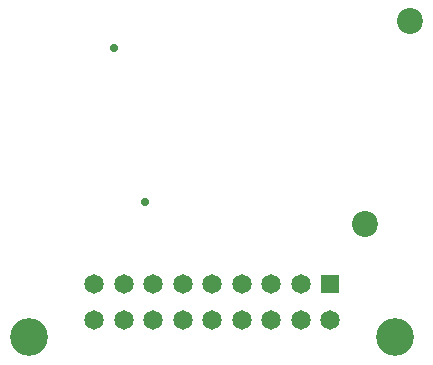
<source format=gbr>
G04 #@! TF.GenerationSoftware,KiCad,Pcbnew,(5.1.2)-2*
G04 #@! TF.CreationDate,2020-01-30T13:06:46+01:00*
G04 #@! TF.ProjectId,Pedalbox Extenion Board,50656461-6c62-46f7-9820-457874656e69,rev?*
G04 #@! TF.SameCoordinates,Original*
G04 #@! TF.FileFunction,Soldermask,Bot*
G04 #@! TF.FilePolarity,Negative*
%FSLAX46Y46*%
G04 Gerber Fmt 4.6, Leading zero omitted, Abs format (unit mm)*
G04 Created by KiCad (PCBNEW (5.1.2)-2) date 2020-01-30 13:06:46*
%MOMM*%
%LPD*%
G04 APERTURE LIST*
%ADD10C,0.700000*%
%ADD11C,2.200000*%
%ADD12C,1.650000*%
%ADD13C,3.200000*%
%ADD14R,1.650000X1.650000*%
G04 APERTURE END LIST*
D10*
X144300000Y-138500000D03*
X141700000Y-125500000D03*
D11*
X162912000Y-140422000D03*
X166712900Y-123215400D03*
D12*
X140000000Y-148500000D03*
X142500000Y-148500000D03*
X145000000Y-148500000D03*
X147500000Y-148500000D03*
X150000000Y-148500000D03*
X152500000Y-148500000D03*
D13*
X165500000Y-150000000D03*
X134500000Y-150000000D03*
D12*
X155000000Y-148500000D03*
X157500000Y-148500000D03*
X160000000Y-148500000D03*
X140000000Y-145500000D03*
X142500000Y-145500000D03*
X145000000Y-145500000D03*
X147500000Y-145500000D03*
X150000000Y-145500000D03*
X152500000Y-145500000D03*
X155000000Y-145500000D03*
X157500000Y-145500000D03*
D14*
X160000000Y-145500000D03*
M02*

</source>
